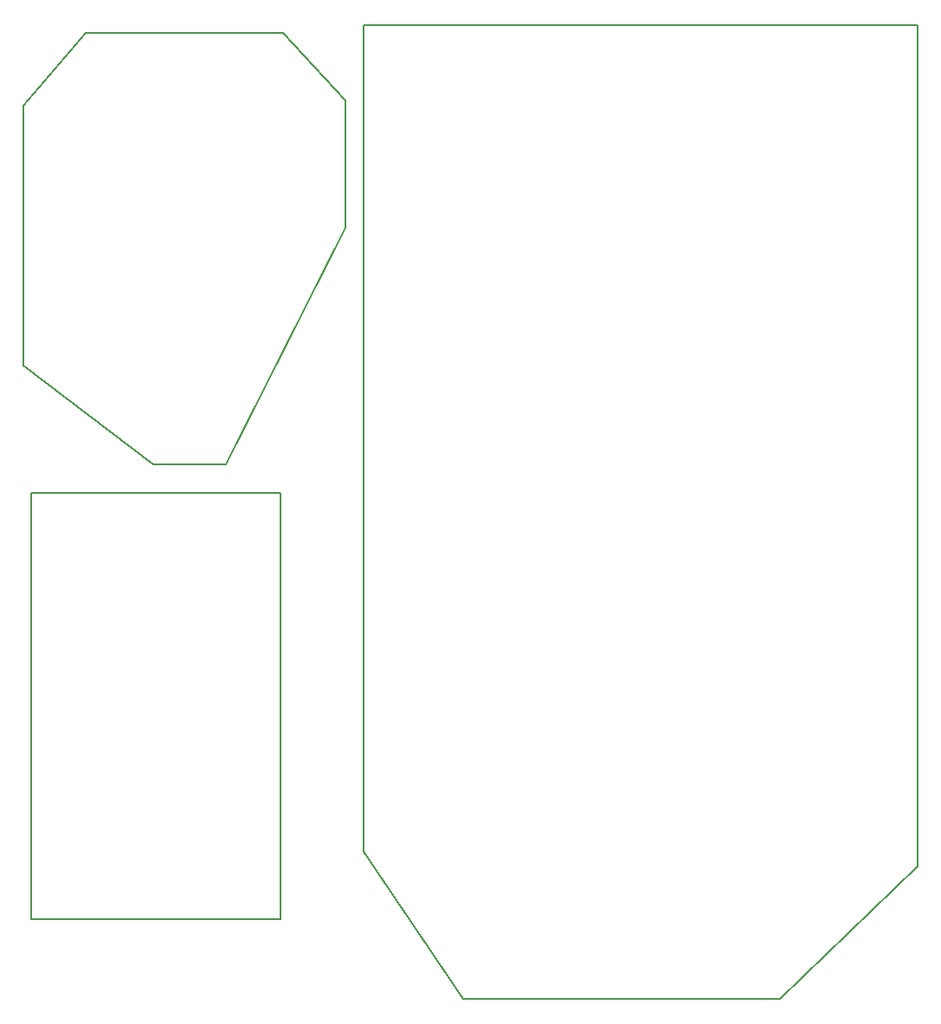
<source format=gm1>
%TF.GenerationSoftware,KiCad,Pcbnew,6.0.11+dfsg-1~bpo11+1*%
%TF.CreationDate,2023-11-13T20:24:00+01:00*%
%TF.ProjectId,v4_pico,76345f70-6963-46f2-9e6b-696361645f70,rev?*%
%TF.SameCoordinates,Original*%
%TF.FileFunction,Profile,NP*%
%FSLAX46Y46*%
G04 Gerber Fmt 4.6, Leading zero omitted, Abs format (unit mm)*
G04 Created by KiCad (PCBNEW 6.0.11+dfsg-1~bpo11+1) date 2023-11-13 20:24:00*
%MOMM*%
%LPD*%
G01*
G04 APERTURE LIST*
%TA.AperFunction,Profile*%
%ADD10C,0.150000*%
%TD*%
G04 APERTURE END LIST*
D10*
X181991000Y-59436000D02*
X189103000Y-59436000D01*
X243322000Y-111655700D02*
X212334000Y-111630300D01*
X212334000Y-111630300D02*
X202565000Y-97282000D01*
X170053000Y-62230000D02*
X194437000Y-62230000D01*
X194437000Y-62230000D02*
X194437000Y-103886000D01*
X194437000Y-103886000D02*
X170053000Y-103886000D01*
X170053000Y-103886000D02*
X170053000Y-62230000D01*
X200787000Y-23876000D02*
X194691000Y-17272000D01*
X256794000Y-16510000D02*
X256794000Y-98679000D01*
X169291000Y-24384000D02*
X169291000Y-49784000D01*
X202565000Y-16510000D02*
X202565000Y-17526000D01*
X256794000Y-98679000D02*
X243322000Y-111655700D01*
X169291000Y-49784000D02*
X181991000Y-59436000D01*
X194691000Y-17272000D02*
X175387000Y-17272000D01*
X202565000Y-16510000D02*
X256794000Y-16510000D01*
X200787000Y-23876000D02*
X200787000Y-36322000D01*
X189103000Y-59436000D02*
X200787000Y-36322000D01*
X175387000Y-17272000D02*
X169291000Y-24384000D01*
X202565000Y-17526000D02*
X202565000Y-97282000D01*
M02*

</source>
